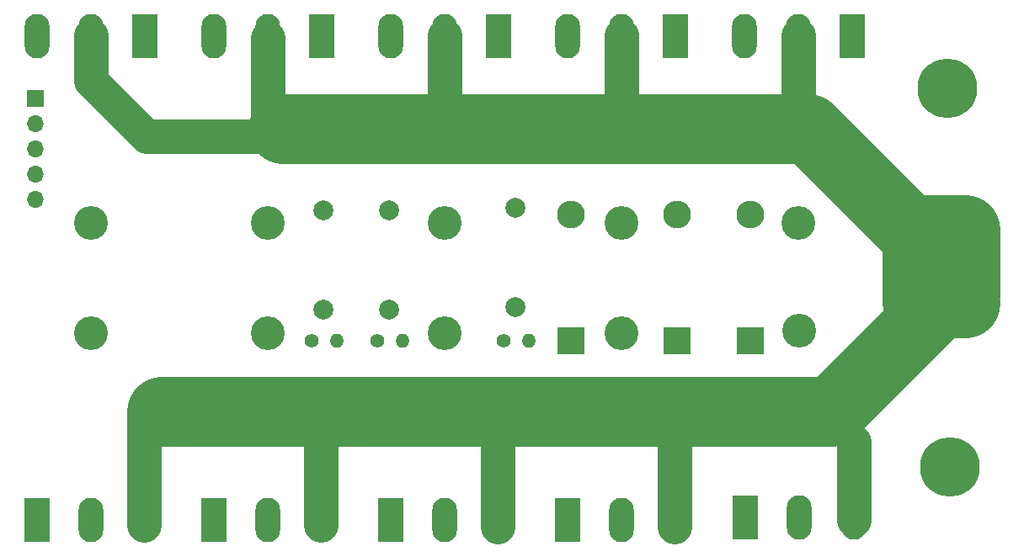
<source format=gbr>
%TF.GenerationSoftware,KiCad,Pcbnew,(6.99.0-3568-gdcfcfd5f29)*%
%TF.CreationDate,2022-10-04T16:24:13+03:00*%
%TF.ProjectId,welder ac diy,77656c64-6572-4206-9163-206469792e6b,rev?*%
%TF.SameCoordinates,Original*%
%TF.FileFunction,Soldermask,Bot*%
%TF.FilePolarity,Negative*%
%FSLAX46Y46*%
G04 Gerber Fmt 4.6, Leading zero omitted, Abs format (unit mm)*
G04 Created by KiCad (PCBNEW (6.99.0-3568-gdcfcfd5f29)) date 2022-10-04 16:24:13*
%MOMM*%
%LPD*%
G01*
G04 APERTURE LIST*
%ADD10C,3.500000*%
%ADD11C,7.000000*%
%ADD12C,6.000000*%
%ADD13C,2.000000*%
%ADD14R,1.700000X1.700000*%
%ADD15O,1.700000X1.700000*%
%ADD16R,2.800000X2.800000*%
%ADD17O,2.800000X2.800000*%
%ADD18C,1.400000*%
%ADD19O,1.400000X1.400000*%
%ADD20O,3.400000X3.400000*%
%ADD21R,2.500000X4.500000*%
%ADD22O,2.500000X4.500000*%
G04 APERTURE END LIST*
D10*
X135128000Y-106934000D02*
X135128000Y-99060000D01*
D11*
X145034000Y-82042000D02*
X130556000Y-67564000D01*
D10*
X63754000Y-107442000D02*
X63754000Y-96266000D01*
D11*
X132842000Y-96012000D02*
X144526000Y-84328000D01*
D10*
X99314000Y-107569000D02*
X99314000Y-96647000D01*
D11*
X130556000Y-67564000D02*
X77724000Y-67564000D01*
D10*
X81534000Y-107442000D02*
X81534000Y-96266000D01*
X117094000Y-107569000D02*
X117094000Y-97155000D01*
D11*
X146304000Y-77724000D02*
X140779500Y-77724000D01*
X146304000Y-78486000D02*
X146304000Y-84264500D01*
X146304000Y-85090000D02*
X141478000Y-85026500D01*
D10*
X111760000Y-58166000D02*
X111760000Y-66802000D01*
X76200000Y-58420000D02*
X76200000Y-66802000D01*
X129540000Y-58166000D02*
X129540000Y-66802000D01*
X58420000Y-62738000D02*
X58420000Y-58166000D01*
X75692000Y-68326000D02*
X64008000Y-68326000D01*
X64008000Y-68326000D02*
X58420000Y-62738000D01*
D11*
X65532000Y-96012000D02*
X132842000Y-96012000D01*
D10*
X93980000Y-58166000D02*
X93980000Y-66802000D01*
D11*
X141478000Y-79248000D02*
X141478000Y-85026500D01*
D12*
%TO.C,J5*%
X144780000Y-81280000D03*
%TD*%
D13*
%TO.C,C10*%
X101092000Y-85518000D03*
X101092000Y-75518000D03*
%TD*%
D14*
%TO.C,J1*%
X52856999Y-64545999D03*
D15*
X52856999Y-67085999D03*
X52856999Y-69625999D03*
X52856999Y-72165999D03*
X52856999Y-74705999D03*
%TD*%
D16*
%TO.C,D6*%
X117347999Y-88899999D03*
D17*
X117347999Y-76199999D03*
%TD*%
D16*
%TO.C,D7*%
X124713999Y-88899999D03*
D17*
X124713999Y-76199999D03*
%TD*%
D13*
%TO.C,C11*%
X81788000Y-85772000D03*
X81788000Y-75772000D03*
%TD*%
D12*
%TO.C,J4*%
X144780000Y-101600000D03*
%TD*%
D18*
%TO.C,R23*%
X99872000Y-88900000D03*
D19*
X102411999Y-88899999D03*
%TD*%
D12*
%TO.C,J6*%
X144526000Y-63500000D03*
%TD*%
D13*
%TO.C,C9*%
X88392000Y-85772000D03*
X88392000Y-75772000D03*
%TD*%
D16*
%TO.C,D5*%
X106679999Y-88899999D03*
D17*
X106679999Y-76199999D03*
%TD*%
D18*
%TO.C,R24*%
X80568000Y-88900000D03*
D19*
X83107999Y-88899999D03*
%TD*%
D18*
%TO.C,R7*%
X87172000Y-88900000D03*
D19*
X89711999Y-88899999D03*
%TD*%
D20*
%TO.C,Q7*%
X76199999Y-88094999D03*
D21*
X70749999Y-106894999D03*
D22*
X76199999Y-106894999D03*
X81649999Y-106894999D03*
%TD*%
D20*
%TO.C,Q4*%
X111759999Y-77004999D03*
D21*
X117209999Y-58204999D03*
D22*
X111759999Y-58204999D03*
X106309999Y-58204999D03*
%TD*%
D20*
%TO.C,Q9*%
X111759999Y-88094999D03*
D21*
X106309999Y-106894999D03*
D22*
X111759999Y-106894999D03*
X117209999Y-106894999D03*
%TD*%
D20*
%TO.C,Q5*%
X129655999Y-87879999D03*
D21*
X124205999Y-106679999D03*
D22*
X129655999Y-106679999D03*
X135105999Y-106679999D03*
%TD*%
D20*
%TO.C,Q10*%
X129539999Y-77004999D03*
D21*
X134989999Y-58204999D03*
D22*
X129539999Y-58204999D03*
X124089999Y-58204999D03*
%TD*%
D20*
%TO.C,Q6*%
X58419999Y-77004999D03*
D21*
X63869999Y-58204999D03*
D22*
X58419999Y-58204999D03*
X52969999Y-58204999D03*
%TD*%
D20*
%TO.C,Q1*%
X58419999Y-88094999D03*
D21*
X52969999Y-106894999D03*
D22*
X58419999Y-106894999D03*
X63869999Y-106894999D03*
%TD*%
D20*
%TO.C,Q8*%
X93979999Y-77004999D03*
D21*
X99429999Y-58204999D03*
D22*
X93979999Y-58204999D03*
X88529999Y-58204999D03*
%TD*%
D20*
%TO.C,Q2*%
X76199999Y-77004999D03*
D21*
X81649999Y-58204999D03*
D22*
X76199999Y-58204999D03*
X70749999Y-58204999D03*
%TD*%
D20*
%TO.C,Q3*%
X93979999Y-88094999D03*
D21*
X88529999Y-106894999D03*
D22*
X93979999Y-106894999D03*
X99429999Y-106894999D03*
%TD*%
M02*

</source>
